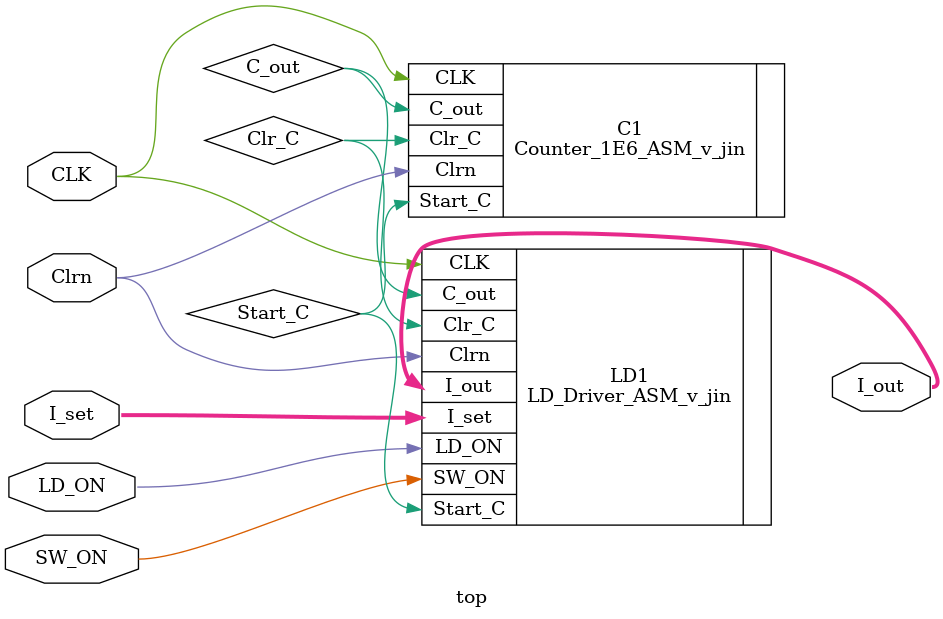
<source format=v>
module top(
   output [12:0] I_out,
   input [12:0] I_set,
   input SW_ON, LD_ON,
   input CLK, Clrn
);
   wire Start_C, Clr_C, C_out;

   Counter_1E6_ASM_v_jin C1 (
	  .C_out(C_out),
	  .Start_C(Start_C),
	  .Clr_C(Clr_C),
	  .CLK(CLK),
	  .Clrn(Clrn));

   LD_Driver_ASM_v_jin LD1 (
	  .I_out(I_out),
	  .Start_C(Start_C),
	  .Clr_C(Clr_C),
	  .I_set(I_set),
	  .SW_ON(SW_ON),
	  .LD_ON(LD_ON), 
	  .C_out(C_out), 
	  .CLK(CLK),
	  .Clrn(Clrn));
endmodule

</source>
